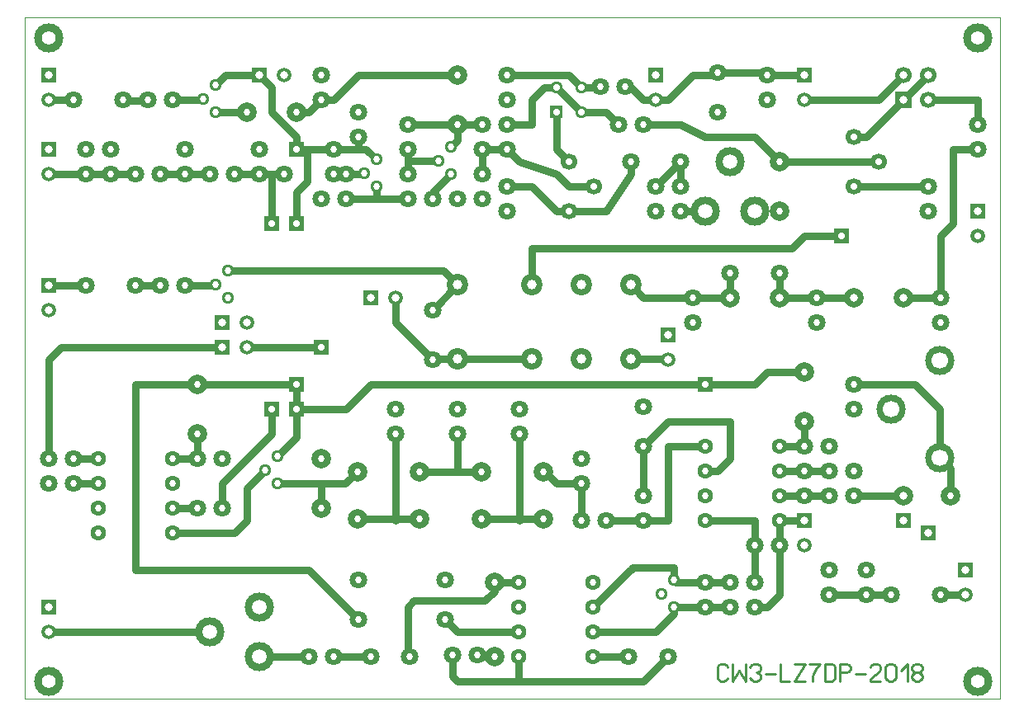
<source format=gbr>
%FSLAX34Y34*%
%MOMM*%
%LNSILK_TOP*%
G71*
G01*
%ADD10C, 0.00*%
%ADD11C, 1.52*%
%ADD12C, 1.80*%
%ADD13C, 0.80*%
%ADD14C, 1.28*%
%ADD15C, 2.00*%
%ADD16C, 1.70*%
%ADD17C, 1.28*%
%ADD18C, 3.00*%
%ADD19C, 1.70*%
%ADD20C, 1.60*%
%ADD21C, 2.20*%
%ADD22C, 1.52*%
%ADD23C, 2.00*%
%ADD24C, 3.00*%
%ADD25C, 3.00*%
%ADD26C, 0.22*%
%ADD27C, 0.60*%
%ADD28C, 0.52*%
%ADD29C, 0.70*%
%ADD30C, 0.72*%
%ADD31C, 1.50*%
%ADD32C, 1.00*%
%ADD33C, 1.70*%
%ADD34C, 1.40*%
%ADD35C, 0.69*%
%LPD*%
G54D10*
X-50000Y1050000D02*
X950000Y1050000D01*
X950000Y350000D01*
X-50000Y350000D01*
X-50000Y1050000D01*
G36*
X-17800Y998200D02*
X-17800Y983000D01*
X-33000Y983000D01*
X-33000Y998200D01*
X-17800Y998200D01*
G37*
X-25400Y965200D02*
G54D11*
D03*
X76200Y965200D02*
G54D12*
D03*
X101600Y965200D02*
G54D12*
D03*
X50800Y965200D02*
G54D12*
D03*
X0Y965200D02*
G54D12*
D03*
G54D13*
X51808Y963933D02*
X74933Y963933D01*
X76200Y965200D01*
X145766Y952171D02*
G54D14*
D03*
X133066Y966171D02*
G54D14*
D03*
X145766Y980171D02*
G54D14*
D03*
G36*
X182900Y998200D02*
X198100Y998200D01*
X198100Y983000D01*
X182900Y983000D01*
X182900Y998200D01*
G37*
X215900Y990600D02*
G54D11*
D03*
G54D13*
X190500Y990600D02*
X156195Y990600D01*
X145766Y980171D01*
X177800Y952500D02*
G54D15*
D03*
X228600Y952500D02*
G54D15*
D03*
G54D13*
X177800Y952500D02*
X146095Y952500D01*
X145766Y952171D01*
X254000Y990600D02*
G54D12*
D03*
X254000Y965200D02*
G54D12*
D03*
X310866Y875971D02*
G54D14*
D03*
X298166Y889971D02*
G54D14*
D03*
X310866Y903971D02*
G54D14*
D03*
G36*
X-17800Y922000D02*
X-17800Y906800D01*
X-33000Y906800D01*
X-33000Y922000D01*
X-17800Y922000D01*
G37*
X-25400Y889000D02*
G54D11*
D03*
X12700Y914400D02*
G54D12*
D03*
X12700Y889000D02*
G54D12*
D03*
X38100Y914400D02*
G54D12*
D03*
X38100Y889000D02*
G54D12*
D03*
X63500Y889000D02*
G54D12*
D03*
X88900Y889000D02*
G54D12*
D03*
X114300Y914400D02*
G54D12*
D03*
X114300Y889000D02*
G54D12*
D03*
X139700Y889000D02*
G54D12*
D03*
X165100Y889000D02*
G54D12*
D03*
X190500Y914400D02*
G54D12*
D03*
X190500Y889000D02*
G54D12*
D03*
G54D13*
X-25400Y889000D02*
X12700Y889000D01*
X38100Y889000D01*
X63500Y889000D01*
G54D13*
X88900Y889000D02*
X114300Y889000D01*
X139700Y889000D01*
G54D13*
X165100Y889000D02*
X190500Y889000D01*
G54D13*
X-25400Y965200D02*
X0Y965200D01*
G54D13*
X101600Y965200D02*
X132095Y965200D01*
X133066Y966171D01*
X266700Y914400D02*
G54D12*
D03*
X266700Y889000D02*
G54D12*
D03*
G54D13*
X266700Y889000D02*
X297195Y889000D01*
X298166Y889971D01*
G54D13*
X266700Y914400D02*
X300437Y914400D01*
X310866Y903971D01*
X292100Y952500D02*
G54D12*
D03*
X292100Y927100D02*
G54D12*
D03*
G54D13*
X292100Y927100D02*
X292100Y914400D01*
G54D13*
X228600Y952500D02*
X241300Y952500D01*
X254000Y965200D01*
X342900Y863600D02*
G54D12*
D03*
X342900Y889000D02*
G54D12*
D03*
X387066Y888671D02*
G54D14*
D03*
X374366Y902671D02*
G54D14*
D03*
X387066Y916671D02*
G54D14*
D03*
X342900Y939800D02*
G54D12*
D03*
X342900Y914400D02*
G54D12*
D03*
G54D13*
X342900Y889000D02*
X342900Y914400D01*
X254000Y863600D02*
G54D12*
D03*
X279400Y863600D02*
G54D12*
D03*
G54D13*
X279400Y863600D02*
X342900Y863600D01*
G54D13*
X310866Y875971D02*
X310866Y863421D01*
X310766Y863321D01*
X393700Y990600D02*
G54D15*
D03*
X393700Y939800D02*
G54D15*
D03*
G54D13*
X254000Y965200D02*
X266700Y965200D01*
X292100Y990600D01*
X393700Y990600D01*
G54D13*
X393700Y939800D02*
X393700Y923305D01*
X387066Y916671D01*
G54D13*
X374366Y902671D02*
X343871Y902671D01*
X342900Y901700D01*
G54D13*
X342900Y939800D02*
X393700Y939800D01*
X419100Y939800D02*
G54D12*
D03*
X419100Y914400D02*
G54D12*
D03*
X419100Y889000D02*
G54D12*
D03*
X419100Y863600D02*
G54D12*
D03*
X444500Y939800D02*
G54D12*
D03*
X444500Y914400D02*
G54D12*
D03*
G54D13*
X419100Y914400D02*
X444500Y914400D01*
G54D13*
X419100Y914400D02*
X419100Y889000D01*
G54D13*
X393700Y939800D02*
X419100Y939800D01*
X508000Y850900D02*
G54D16*
D03*
X533400Y876300D02*
G54D16*
D03*
X508000Y901700D02*
G54D16*
D03*
X444500Y876300D02*
G54D12*
D03*
X444500Y850900D02*
G54D12*
D03*
G36*
X488900Y958900D02*
X501700Y958900D01*
X501700Y946100D01*
X488900Y946100D01*
X488900Y958900D01*
G37*
X495300Y977900D02*
G54D17*
D03*
X520700Y952500D02*
G54D17*
D03*
X520700Y977900D02*
G54D17*
D03*
X444500Y990600D02*
G54D12*
D03*
X444500Y965200D02*
G54D12*
D03*
G54D13*
X495300Y977900D02*
X520700Y952500D01*
G54D13*
X444500Y939800D02*
X469900Y939800D01*
X469900Y965200D01*
X482600Y977900D01*
X495300Y977900D01*
G54D13*
X444500Y990600D02*
X508000Y990600D01*
X520700Y977900D01*
G54D13*
X495300Y952500D02*
X495300Y914400D01*
X508000Y901700D01*
G54D13*
X444500Y876300D02*
X469900Y876300D01*
X495300Y850900D01*
X508000Y850900D01*
G54D13*
X444500Y914400D02*
X457200Y901700D01*
X495293Y889000D01*
X508000Y876293D01*
X533400Y876300D01*
X584200Y939800D02*
G54D12*
D03*
X558800Y939800D02*
G54D12*
D03*
G54D13*
X520700Y952500D02*
X546100Y952500D01*
X558800Y939800D01*
X622300Y901700D02*
G54D12*
D03*
X571500Y901700D02*
G54D12*
D03*
G54D13*
X508000Y850900D02*
X546100Y850900D01*
X571500Y889000D01*
X571500Y901700D01*
X596900Y876300D02*
G54D12*
D03*
X596900Y850900D02*
G54D12*
D03*
G54D13*
X596900Y876300D02*
X622300Y901700D01*
X622300Y876300D02*
G54D12*
D03*
X622300Y850900D02*
G54D12*
D03*
G54D13*
X622300Y901700D02*
X622300Y876300D01*
X647700Y850900D02*
G54D18*
D03*
X698500Y850900D02*
G54D18*
D03*
X673100Y901700D02*
G54D18*
D03*
G54D13*
X622300Y850900D02*
X647700Y850900D01*
X660400Y952500D02*
G54D12*
D03*
X660400Y992500D02*
G54D12*
D03*
X566178Y978299D02*
G54D12*
D03*
X540778Y978299D02*
G54D12*
D03*
G54D13*
X520700Y977900D02*
X540379Y977900D01*
X540778Y978299D01*
G36*
X604500Y998200D02*
X604500Y983000D01*
X589300Y983000D01*
X589300Y998200D01*
X604500Y998200D01*
G37*
X596900Y965200D02*
G54D11*
D03*
G54D13*
X566178Y978299D02*
X571101Y978299D01*
X584200Y965200D01*
X596900Y965200D01*
X711200Y990600D02*
G54D12*
D03*
X711200Y965200D02*
G54D12*
D03*
G54D13*
X596900Y965200D02*
X609600Y965200D01*
X635000Y990600D01*
X658500Y990600D01*
X660400Y992500D01*
G54D13*
X660400Y992500D02*
X709300Y992500D01*
X711200Y990600D01*
X800100Y876300D02*
G54D16*
D03*
X825500Y901700D02*
G54D16*
D03*
X800100Y927100D02*
G54D16*
D03*
X723900Y901700D02*
G54D15*
D03*
X723900Y850900D02*
G54D15*
D03*
G36*
X756900Y998200D02*
X756900Y983000D01*
X741700Y983000D01*
X741700Y998200D01*
X756900Y998200D01*
G37*
X749300Y965200D02*
G54D11*
D03*
G54D13*
X711200Y990600D02*
X749300Y990600D01*
G36*
X842400Y973700D02*
X859400Y973700D01*
X859400Y956700D01*
X842400Y956700D01*
X842400Y973700D01*
G37*
X850900Y990600D02*
G54D19*
D03*
X876300Y965200D02*
G54D19*
D03*
X876300Y990600D02*
G54D19*
D03*
X927100Y914400D02*
G54D12*
D03*
X927100Y939800D02*
G54D12*
D03*
G54D13*
X850900Y965200D02*
X876300Y990600D01*
G54D13*
X876300Y965200D02*
X927100Y965200D01*
X927100Y939800D01*
X876300Y876300D02*
G54D12*
D03*
X876300Y850900D02*
G54D12*
D03*
G54D13*
X800100Y876300D02*
X876300Y876300D01*
G54D13*
X825500Y901700D02*
X723900Y901700D01*
G54D13*
X800100Y927100D02*
X812800Y927100D01*
X850900Y965200D01*
G54D13*
X584200Y939800D02*
X622300Y939800D01*
X647700Y927100D01*
X698500Y927100D01*
X723900Y901700D01*
G54D13*
X749300Y965200D02*
X825500Y965200D01*
X850900Y990600D01*
X25400Y596900D02*
G54D20*
D03*
X25400Y571500D02*
G54D20*
D03*
X25400Y546100D02*
G54D20*
D03*
X25400Y520700D02*
G54D20*
D03*
X101600Y596900D02*
G54D20*
D03*
X101600Y571500D02*
G54D20*
D03*
X101600Y546100D02*
G54D20*
D03*
X101600Y520700D02*
G54D20*
D03*
X647700Y609600D02*
G54D20*
D03*
X647700Y584200D02*
G54D20*
D03*
X647700Y558800D02*
G54D20*
D03*
X647700Y533400D02*
G54D20*
D03*
X723900Y609600D02*
G54D20*
D03*
X723900Y584200D02*
G54D20*
D03*
X723900Y558800D02*
G54D20*
D03*
X723900Y533400D02*
G54D20*
D03*
X291250Y583350D02*
G54D15*
D03*
X291250Y534950D02*
G54D15*
D03*
X394085Y698735D02*
G54D21*
D03*
X394085Y774935D02*
G54D21*
D03*
X470285Y698735D02*
G54D21*
D03*
X521085Y698735D02*
G54D21*
D03*
X571885Y698735D02*
G54D21*
D03*
X470285Y774935D02*
G54D21*
D03*
X521085Y774935D02*
G54D21*
D03*
X571885Y774935D02*
G54D21*
D03*
G36*
X934700Y858500D02*
X934700Y843300D01*
X919500Y843300D01*
X919500Y858500D01*
X934700Y858500D01*
G37*
X927100Y825500D02*
G54D22*
D03*
X889000Y736600D02*
G54D12*
D03*
X889000Y762000D02*
G54D12*
D03*
X850900Y762000D02*
G54D23*
D03*
X800100Y762000D02*
G54D23*
D03*
X762000Y736600D02*
G54D12*
D03*
X762000Y762000D02*
G54D12*
D03*
X723900Y762000D02*
G54D23*
D03*
X673100Y762000D02*
G54D23*
D03*
X635000Y736600D02*
G54D12*
D03*
X635000Y762000D02*
G54D12*
D03*
G54D13*
X635000Y762000D02*
X673100Y762000D01*
G54D13*
X723900Y762000D02*
X762000Y762000D01*
G54D13*
X762000Y762000D02*
X800100Y762000D01*
G36*
X-17800Y782300D02*
X-17800Y767100D01*
X-33000Y767100D01*
X-33000Y782300D01*
X-17800Y782300D01*
G37*
X-25400Y749300D02*
G54D11*
D03*
X63500Y774700D02*
G54D12*
D03*
X12700Y774700D02*
G54D12*
D03*
X88900Y774700D02*
G54D12*
D03*
X114300Y774700D02*
G54D12*
D03*
X158466Y761671D02*
G54D14*
D03*
X145766Y775671D02*
G54D14*
D03*
X158466Y789671D02*
G54D14*
D03*
X368300Y698500D02*
G54D12*
D03*
X368300Y749300D02*
G54D12*
D03*
G54D13*
X-25400Y774700D02*
X12700Y774700D01*
G54D13*
X63500Y774700D02*
X88900Y774700D01*
G54D13*
X114300Y774700D02*
X144795Y774700D01*
X145766Y775671D01*
G54D13*
X158466Y789671D02*
X379349Y789671D01*
X394085Y774935D01*
G54D13*
X394085Y698735D02*
X368534Y698735D01*
X368300Y698500D01*
G54D13*
X394085Y774935D02*
X393934Y774935D01*
X368300Y749300D01*
G54D13*
X394085Y698735D02*
X470285Y698735D01*
G36*
X617200Y731500D02*
X617200Y716300D01*
X602000Y716300D01*
X602000Y731500D01*
X617200Y731500D01*
G37*
X609600Y698500D02*
G54D11*
D03*
G54D13*
X571885Y698735D02*
X609365Y698735D01*
X609600Y698500D01*
X354750Y583350D02*
G54D15*
D03*
X354750Y534950D02*
G54D15*
D03*
X418250Y583350D02*
G54D15*
D03*
X418250Y534950D02*
G54D15*
D03*
X481750Y583350D02*
G54D15*
D03*
X481750Y534950D02*
G54D15*
D03*
X330200Y622300D02*
G54D12*
D03*
X330200Y647700D02*
G54D12*
D03*
X393700Y622300D02*
G54D12*
D03*
X393700Y647700D02*
G54D12*
D03*
X457200Y622300D02*
G54D12*
D03*
X457200Y647700D02*
G54D12*
D03*
X209266Y571171D02*
G54D14*
D03*
X196566Y585171D02*
G54D14*
D03*
X209266Y599171D02*
G54D14*
D03*
G54D13*
X101600Y520700D02*
X165100Y520700D01*
X177800Y533400D01*
X177800Y566405D01*
X196566Y585171D01*
G54D13*
X209266Y571171D02*
X279071Y571171D01*
X291250Y583350D01*
X520700Y571500D02*
G54D12*
D03*
X520700Y596900D02*
G54D12*
D03*
X546100Y533400D02*
G54D12*
D03*
X520700Y533400D02*
G54D12*
D03*
X0Y596900D02*
G54D12*
D03*
X-25400Y596900D02*
G54D12*
D03*
X0Y571500D02*
G54D12*
D03*
X-25400Y571500D02*
G54D12*
D03*
G54D13*
X0Y596900D02*
X25400Y596900D01*
G54D13*
X0Y571500D02*
X25400Y571500D01*
X152400Y546100D02*
G54D12*
D03*
X127000Y546100D02*
G54D12*
D03*
X152400Y596900D02*
G54D12*
D03*
X127000Y596900D02*
G54D12*
D03*
G54D13*
X101600Y546100D02*
X127000Y546100D01*
X584200Y558800D02*
G54D12*
D03*
X584200Y533400D02*
G54D12*
D03*
X584200Y649600D02*
G54D12*
D03*
X584200Y609600D02*
G54D12*
D03*
G54D13*
X520700Y571500D02*
X520700Y533400D01*
G54D13*
X546100Y533400D02*
X584200Y533400D01*
G54D13*
X291250Y534950D02*
X354750Y534950D01*
G54D13*
X354750Y583350D02*
X418250Y583350D01*
G54D13*
X418250Y534950D02*
X481750Y534950D01*
G54D13*
X481750Y583350D02*
X483450Y583350D01*
X495300Y571500D01*
X520700Y571500D01*
G54D13*
X330200Y622300D02*
X330200Y533400D01*
G54D13*
X393700Y622300D02*
X393700Y584200D01*
G54D13*
X457200Y622300D02*
X457200Y533400D01*
G54D13*
X584200Y609600D02*
X584200Y558800D01*
G36*
X195600Y845800D02*
X210800Y845800D01*
X210800Y830600D01*
X195600Y830600D01*
X195600Y845800D01*
G37*
G36*
X195600Y655300D02*
X210800Y655300D01*
X210800Y640100D01*
X195600Y640100D01*
X195600Y655300D01*
G37*
G36*
X221000Y922000D02*
X236200Y922000D01*
X236200Y906800D01*
X221000Y906800D01*
X221000Y922000D01*
G37*
G54D13*
X266700Y914400D02*
X228600Y914400D01*
X228600Y927100D01*
X203200Y952500D01*
X203200Y977900D01*
X190500Y990600D01*
G36*
X221000Y845800D02*
X236200Y845800D01*
X236200Y830600D01*
X221000Y830600D01*
X221000Y845800D01*
G37*
G36*
X221000Y680700D02*
X236200Y680700D01*
X236200Y665500D01*
X221000Y665500D01*
X221000Y680700D01*
G37*
G36*
X221000Y655300D02*
X236200Y655300D01*
X236200Y640100D01*
X221000Y640100D01*
X221000Y655300D01*
G37*
G54D13*
X228600Y647700D02*
X228600Y618505D01*
X209266Y599171D01*
X215900Y889000D02*
G54D12*
D03*
X266700Y889000D02*
G54D12*
D03*
G54D13*
X190500Y889000D02*
X215900Y889000D01*
G54D13*
X203200Y838200D02*
X203200Y889000D01*
G54D13*
X228600Y838200D02*
X228600Y869900D01*
X239700Y881000D01*
X239700Y912800D01*
X241300Y914400D01*
G54D13*
X647700Y609600D02*
X609600Y609600D01*
X609600Y533400D01*
X584200Y533400D01*
X749300Y558800D02*
G54D12*
D03*
X749300Y584200D02*
G54D12*
D03*
X774700Y609600D02*
G54D12*
D03*
X749300Y609600D02*
G54D12*
D03*
G54D13*
X723900Y609600D02*
X749300Y609600D01*
G54D13*
X723900Y584200D02*
X749300Y584200D01*
G54D13*
X723900Y558800D02*
X749300Y558800D01*
X800100Y584200D02*
G54D12*
D03*
X774700Y584200D02*
G54D12*
D03*
X800100Y558800D02*
G54D12*
D03*
X774700Y558800D02*
G54D12*
D03*
G54D13*
X749300Y558800D02*
X774700Y558800D01*
G54D13*
X749300Y584200D02*
X774700Y584200D01*
X850900Y558800D02*
G54D23*
D03*
X899300Y558800D02*
G54D15*
D03*
G54D13*
X800100Y558800D02*
X850900Y558800D01*
X838200Y647700D02*
G54D24*
D03*
X888200Y697700D02*
G54D24*
D03*
X888200Y597700D02*
G54D24*
D03*
G54D13*
X899300Y558800D02*
X899300Y586600D01*
X888200Y597700D01*
X800100Y647700D02*
G54D12*
D03*
X800100Y673100D02*
G54D12*
D03*
G54D13*
X800100Y673100D02*
X862800Y673100D01*
X888200Y647700D01*
X888200Y597700D01*
G36*
X640100Y680700D02*
X655300Y680700D01*
X655300Y665500D01*
X640100Y665500D01*
X640100Y680700D01*
G37*
G54D13*
X698500Y673100D02*
X647700Y673100D01*
G36*
X297200Y769600D02*
X312400Y769600D01*
X312400Y754400D01*
X297200Y754400D01*
X297200Y769600D01*
G37*
X330200Y762000D02*
G54D11*
D03*
X698500Y469900D02*
G54D12*
D03*
X673100Y469900D02*
G54D12*
D03*
X698500Y444500D02*
G54D12*
D03*
X673100Y444500D02*
G54D12*
D03*
X647700Y469900D02*
G54D12*
D03*
X647700Y444500D02*
G54D12*
D03*
G54D13*
X673100Y469900D02*
X647700Y469900D01*
G54D13*
X673100Y444500D02*
X647700Y444500D01*
X615666Y444171D02*
G54D14*
D03*
X602966Y458171D02*
G54D14*
D03*
X615666Y472171D02*
G54D14*
D03*
G54D13*
X647700Y469900D02*
X617937Y469900D01*
X615666Y472171D01*
G54D13*
X647700Y444500D02*
X615995Y444500D01*
X615666Y444171D01*
G36*
X922000Y490200D02*
X922000Y475000D01*
X906800Y475000D01*
X906800Y490200D01*
X922000Y490200D01*
G37*
X914400Y457200D02*
G54D11*
D03*
X838200Y457200D02*
G54D12*
D03*
X889000Y457200D02*
G54D12*
D03*
X812800Y457200D02*
G54D12*
D03*
X812800Y482600D02*
G54D12*
D03*
X774700Y482600D02*
G54D12*
D03*
X774700Y457200D02*
G54D12*
D03*
G54D13*
X914400Y457200D02*
X889000Y457200D01*
G54D13*
X838200Y457200D02*
X812800Y457200D01*
X774700Y457200D01*
X533251Y393690D02*
G54D20*
D03*
X533251Y419090D02*
G54D20*
D03*
X533251Y444491D02*
G54D20*
D03*
X533251Y469890D02*
G54D20*
D03*
X457051Y393690D02*
G54D20*
D03*
X457051Y419090D02*
G54D20*
D03*
X457051Y444491D02*
G54D20*
D03*
X457051Y469890D02*
G54D20*
D03*
G54D13*
X615666Y444171D02*
X615666Y437866D01*
X596900Y419100D01*
X533251Y419090D01*
G54D13*
X615666Y472171D02*
X615666Y484721D01*
X615566Y484821D01*
X573721Y484821D01*
X571500Y482600D01*
X571360Y482600D01*
X533251Y444491D01*
X388726Y395177D02*
G54D12*
D03*
X414126Y395177D02*
G54D12*
D03*
X381000Y471800D02*
G54D12*
D03*
X381000Y431800D02*
G54D12*
D03*
X431800Y469900D02*
G54D15*
D03*
X431800Y393700D02*
G54D15*
D03*
G54D13*
X457051Y469890D02*
X431800Y469900D01*
G54D13*
X457051Y419090D02*
X393710Y419090D01*
X381000Y431800D01*
X292100Y471800D02*
G54D12*
D03*
X292100Y431800D02*
G54D12*
D03*
X304800Y393700D02*
G54D12*
D03*
X344800Y393700D02*
G54D12*
D03*
X190500Y393700D02*
G54D18*
D03*
X190500Y444500D02*
G54D18*
D03*
X139700Y419100D02*
G54D18*
D03*
G36*
X-17800Y452100D02*
X-17800Y436900D01*
X-33000Y436900D01*
X-33000Y452100D01*
X-17800Y452100D01*
G37*
X-25400Y419100D02*
G54D11*
D03*
X266700Y393700D02*
G54D12*
D03*
X241300Y393700D02*
G54D12*
D03*
G54D13*
X431800Y469900D02*
X431800Y460300D01*
X422300Y450800D01*
X349200Y450800D01*
X342900Y444500D01*
X342900Y395600D01*
X344800Y393700D01*
G54D13*
X304800Y393700D02*
X266700Y393700D01*
G54D13*
X241300Y393700D02*
X190500Y393700D01*
G54D13*
X139700Y419100D02*
X-25400Y419100D01*
G36*
X756900Y541000D02*
X756900Y525800D01*
X741700Y525800D01*
X741700Y541000D01*
X756900Y541000D01*
G37*
X749300Y508000D02*
G54D11*
D03*
X723900Y508000D02*
G54D12*
D03*
X698500Y508000D02*
G54D12*
D03*
G54D13*
X723900Y533400D02*
X749300Y533400D01*
G54D13*
X723900Y533400D02*
X723900Y508000D01*
G54D13*
X647700Y533400D02*
X698500Y533400D01*
X698500Y508000D01*
G54D13*
X698500Y508000D02*
X698500Y469900D01*
G54D13*
X723900Y508000D02*
X723900Y457200D01*
X711200Y444500D01*
X698500Y444500D01*
X-25400Y1028700D02*
G54D12*
D03*
X927100Y1028700D02*
G54D12*
D03*
X927100Y368300D02*
G54D12*
D03*
X-25400Y368300D02*
G54D12*
D03*
X-25400Y1028700D02*
G54D12*
D03*
X-25400Y1028700D02*
G54D12*
D03*
X-25400Y1028700D02*
G54D12*
D03*
X927100Y1028700D02*
G54D25*
D03*
X927100Y368300D02*
G54D25*
D03*
X-25400Y368300D02*
G54D25*
D03*
X-25400Y1028700D02*
G54D25*
D03*
X-25400Y1028700D02*
G54D25*
D03*
X927100Y1028700D02*
G54D25*
D03*
X927100Y368300D02*
G54D25*
D03*
X-25400Y368300D02*
G54D25*
D03*
X673100Y787400D02*
G54D12*
D03*
X723900Y787400D02*
G54D12*
D03*
G54D13*
X431800Y393700D02*
X415603Y393700D01*
X414126Y395177D01*
X569600Y393700D02*
G54D12*
D03*
X609600Y393700D02*
G54D12*
D03*
G54D13*
X533251Y393690D02*
X569600Y393700D01*
G54D13*
X388726Y395177D02*
X388726Y373274D01*
X393700Y368300D01*
X584200Y368300D01*
X609600Y393700D01*
G54D13*
X457051Y393690D02*
X457051Y368449D01*
X457200Y368300D01*
G54D26*
X671067Y371633D02*
X669733Y369411D01*
X667067Y368300D01*
X664400Y368300D01*
X661733Y369411D01*
X660400Y371633D01*
X660400Y382744D01*
X661733Y384967D01*
X664400Y386078D01*
X667067Y386078D01*
X669733Y384967D01*
X671067Y382744D01*
G54D26*
X675956Y386078D02*
X675956Y368300D01*
X682623Y379411D01*
X689289Y368300D01*
X689289Y386078D01*
G54D26*
X694178Y382744D02*
X695511Y384967D01*
X698178Y386078D01*
X700845Y386078D01*
X703511Y384967D01*
X704845Y382744D01*
X704845Y380522D01*
X703511Y378300D01*
X700845Y377189D01*
X703511Y376078D01*
X704845Y373856D01*
X704845Y371633D01*
X703511Y369411D01*
X700845Y368300D01*
X698178Y368300D01*
X695511Y369411D01*
X694178Y371633D01*
G54D26*
X709734Y376078D02*
X720401Y376078D01*
G54D26*
X725290Y386078D02*
X725290Y368300D01*
X734623Y368300D01*
G54D26*
X739512Y386078D02*
X750179Y386078D01*
X739512Y368300D01*
X750179Y368300D01*
G54D26*
X755068Y386078D02*
X765735Y386078D01*
X764401Y383856D01*
X761735Y380522D01*
X759068Y376078D01*
X757735Y372744D01*
X757735Y368300D01*
G54D26*
X770624Y368300D02*
X770624Y386078D01*
X777291Y386078D01*
X779957Y384967D01*
X781291Y382744D01*
X781291Y371633D01*
X779957Y369411D01*
X777291Y368300D01*
X770624Y368300D01*
G54D26*
X786180Y368300D02*
X786180Y386078D01*
X792847Y386078D01*
X795513Y384967D01*
X796847Y382744D01*
X796847Y380522D01*
X795513Y378300D01*
X792847Y377189D01*
X786180Y377189D01*
G54D26*
X801736Y376078D02*
X812403Y376078D01*
G54D26*
X827959Y368300D02*
X817292Y368300D01*
X817292Y369411D01*
X818625Y371633D01*
X826625Y378300D01*
X827959Y380522D01*
X827959Y382744D01*
X826625Y384967D01*
X823959Y386078D01*
X821292Y386078D01*
X818625Y384967D01*
X817292Y382744D01*
G54D26*
X843515Y382744D02*
X843515Y371633D01*
X842181Y369411D01*
X839515Y368300D01*
X836848Y368300D01*
X834181Y369411D01*
X832848Y371633D01*
X832848Y382744D01*
X834181Y384967D01*
X836848Y386078D01*
X839515Y386078D01*
X842181Y384967D01*
X843515Y382744D01*
G54D26*
X848404Y379411D02*
X855071Y386078D01*
X855071Y368300D01*
G54D26*
X866627Y377189D02*
X863960Y377189D01*
X861293Y378300D01*
X859960Y380522D01*
X859960Y382744D01*
X861293Y384967D01*
X863960Y386078D01*
X866627Y386078D01*
X869293Y384967D01*
X870627Y382744D01*
X870627Y380522D01*
X869293Y378300D01*
X866627Y377189D01*
X869293Y376078D01*
X870627Y373856D01*
X870627Y371633D01*
X869293Y369411D01*
X866627Y368300D01*
X863960Y368300D01*
X861293Y369411D01*
X859960Y371633D01*
X859960Y373856D01*
X861293Y376078D01*
X863960Y377189D01*
X749300Y635000D02*
G54D15*
D03*
X749300Y685800D02*
G54D15*
D03*
G54D13*
X698500Y673100D02*
X711200Y685800D01*
G54D13*
X749300Y685800D02*
X711200Y685800D01*
X698500Y673100D01*
X647700Y673100D01*
G54D13*
X749300Y609600D02*
X749300Y635000D01*
X127000Y622300D02*
G54D15*
D03*
X127000Y673100D02*
G54D15*
D03*
G54D13*
X127000Y622300D02*
X127000Y596900D01*
G54D13*
X101600Y596900D02*
X127000Y596900D01*
X254000Y546100D02*
G54D15*
D03*
X254000Y596900D02*
G54D15*
D03*
G54D13*
X254000Y546100D02*
X254000Y571500D01*
G54D13*
X203200Y647700D02*
X203200Y622300D01*
X152400Y571500D01*
X152400Y546100D01*
G54D13*
X228600Y647700D02*
X279400Y647700D01*
X304800Y673100D01*
X647700Y673100D01*
G54D13*
X127000Y673100D02*
X228600Y673100D01*
X228600Y647700D01*
G54D13*
X330200Y762000D02*
X330200Y736599D01*
X368300Y698500D01*
G36*
X246400Y718800D02*
X261600Y718800D01*
X261600Y703600D01*
X246400Y703600D01*
X246400Y718800D01*
G37*
G54D13*
X177800Y711200D02*
X254000Y711200D01*
G54D13*
X414126Y395177D02*
X430323Y395177D01*
X431800Y393700D01*
G54D13*
X850900Y762000D02*
X889000Y762000D01*
G54D13*
X927100Y914400D02*
X901700Y914400D01*
X901700Y838200D01*
X889000Y825500D01*
X889000Y762000D01*
G54D13*
X635000Y762000D02*
X584820Y762000D01*
X571885Y774935D01*
G54D13*
X673100Y762000D02*
X673100Y787400D01*
G54D13*
X723900Y762000D02*
X723900Y787400D01*
G36*
X779800Y833100D02*
X795000Y833100D01*
X795000Y817900D01*
X779800Y817900D01*
X779800Y833100D01*
G37*
G54D13*
X470285Y774935D02*
X470285Y812415D01*
X469900Y812800D01*
X736600Y812800D01*
X749300Y825500D01*
X787400Y825500D01*
G36*
X144800Y718800D02*
X160000Y718800D01*
X160000Y703600D01*
X144800Y703600D01*
X144800Y718800D01*
G37*
X177800Y711200D02*
G54D11*
D03*
G54D13*
X152400Y711200D02*
X-12700Y711200D01*
X-25400Y698500D01*
X-25400Y596900D01*
G36*
X144800Y744200D02*
X160000Y744200D01*
X160000Y729000D01*
X144800Y729000D01*
X144800Y744200D01*
G37*
X177800Y736600D02*
G54D11*
D03*
G36*
X779800Y833100D02*
X795000Y833100D01*
X795000Y817900D01*
X779800Y817900D01*
X779800Y833100D01*
G37*
G36*
X919500Y858500D02*
X934700Y858500D01*
X934700Y843300D01*
X919500Y843300D01*
X919500Y858500D01*
G37*
G36*
X868700Y528300D02*
X883900Y528300D01*
X883900Y513100D01*
X868700Y513100D01*
X868700Y528300D01*
G37*
G36*
X843300Y541000D02*
X858500Y541000D01*
X858500Y525800D01*
X843300Y525800D01*
X843300Y541000D01*
G37*
G54D13*
X127000Y673100D02*
X63500Y673100D01*
X63500Y482600D01*
X241300Y482600D01*
X292100Y431800D01*
G54D13*
X584200Y609600D02*
X609600Y635000D01*
X673100Y635000D01*
X673100Y596900D01*
X660400Y584200D01*
X647700Y584200D01*
G54D13*
X368300Y863600D02*
X368300Y869905D01*
X387066Y888671D01*
X393700Y863600D02*
G54D12*
D03*
X368300Y863600D02*
G54D12*
D03*
X279400Y889000D02*
G54D12*
D03*
%LNAUGENFREISTANZEN*%
%LPC*%
X-25400Y990600D02*
G54D13*
D03*
X-25400Y965200D02*
G54D13*
D03*
X76200Y965200D02*
G54D27*
D03*
X101600Y965200D02*
G54D27*
D03*
X50800Y965200D02*
G54D27*
D03*
X0Y965200D02*
G54D27*
D03*
X145766Y952171D02*
G54D28*
D03*
X133066Y966171D02*
G54D28*
D03*
X145766Y980171D02*
G54D28*
D03*
X190500Y990600D02*
G54D13*
D03*
X215900Y990600D02*
G54D13*
D03*
X177800Y952500D02*
G54D27*
D03*
X228600Y952500D02*
G54D27*
D03*
X254000Y990600D02*
G54D27*
D03*
X254000Y965200D02*
G54D27*
D03*
X310866Y875971D02*
G54D28*
D03*
X298166Y889971D02*
G54D28*
D03*
X310866Y903971D02*
G54D28*
D03*
X-25400Y914400D02*
G54D13*
D03*
X-25400Y889000D02*
G54D13*
D03*
X12700Y914400D02*
G54D27*
D03*
X12700Y889000D02*
G54D27*
D03*
X38100Y914400D02*
G54D27*
D03*
X38100Y889000D02*
G54D27*
D03*
X63500Y889000D02*
G54D27*
D03*
X88900Y889000D02*
G54D27*
D03*
X114300Y914400D02*
G54D27*
D03*
X114300Y889000D02*
G54D27*
D03*
X139700Y889000D02*
G54D27*
D03*
X165100Y889000D02*
G54D27*
D03*
X190500Y914400D02*
G54D27*
D03*
X190500Y889000D02*
G54D27*
D03*
X266700Y914400D02*
G54D27*
D03*
X266700Y889000D02*
G54D27*
D03*
X292100Y952500D02*
G54D27*
D03*
X292100Y927100D02*
G54D27*
D03*
X342900Y863600D02*
G54D27*
D03*
X342900Y889000D02*
G54D27*
D03*
X387066Y888671D02*
G54D28*
D03*
X374366Y902671D02*
G54D28*
D03*
X387066Y916671D02*
G54D28*
D03*
X342900Y939800D02*
G54D27*
D03*
X342900Y914400D02*
G54D27*
D03*
X254000Y863600D02*
G54D27*
D03*
X279400Y863600D02*
G54D27*
D03*
X393700Y990600D02*
G54D27*
D03*
X393700Y939800D02*
G54D27*
D03*
X419100Y939800D02*
G54D27*
D03*
X419100Y914400D02*
G54D27*
D03*
X419100Y889000D02*
G54D27*
D03*
X419100Y863600D02*
G54D27*
D03*
X444500Y939800D02*
G54D27*
D03*
X444500Y914400D02*
G54D27*
D03*
X508000Y850900D02*
G54D29*
D03*
X533400Y876300D02*
G54D29*
D03*
X508000Y901700D02*
G54D29*
D03*
X444500Y876300D02*
G54D27*
D03*
X444500Y850900D02*
G54D27*
D03*
X495300Y952500D02*
G54D30*
D03*
X495300Y977900D02*
G54D30*
D03*
X520700Y952500D02*
G54D30*
D03*
X520700Y977900D02*
G54D30*
D03*
X444500Y990600D02*
G54D27*
D03*
X444500Y965200D02*
G54D27*
D03*
X584200Y939800D02*
G54D27*
D03*
X558800Y939800D02*
G54D27*
D03*
X622300Y901700D02*
G54D27*
D03*
X571500Y901700D02*
G54D27*
D03*
X596900Y876300D02*
G54D27*
D03*
X596900Y850900D02*
G54D27*
D03*
X622300Y876300D02*
G54D27*
D03*
X622300Y850900D02*
G54D27*
D03*
X647700Y850900D02*
G54D31*
D03*
X698500Y850900D02*
G54D31*
D03*
X673100Y901700D02*
G54D31*
D03*
X660400Y952500D02*
G54D27*
D03*
X660400Y992500D02*
G54D27*
D03*
X566178Y978299D02*
G54D27*
D03*
X540778Y978299D02*
G54D27*
D03*
X596900Y990600D02*
G54D13*
D03*
X596900Y965200D02*
G54D13*
D03*
X711200Y990600D02*
G54D27*
D03*
X711200Y965200D02*
G54D27*
D03*
X800100Y876300D02*
G54D29*
D03*
X825500Y901700D02*
G54D29*
D03*
X800100Y927100D02*
G54D29*
D03*
X723900Y901700D02*
G54D27*
D03*
X723900Y850900D02*
G54D27*
D03*
X749300Y990600D02*
G54D13*
D03*
X749300Y965200D02*
G54D13*
D03*
X850900Y965200D02*
G54D13*
D03*
X850900Y990600D02*
G54D13*
D03*
X876300Y965200D02*
G54D13*
D03*
X876300Y990600D02*
G54D13*
D03*
X927100Y914400D02*
G54D27*
D03*
X927100Y939800D02*
G54D27*
D03*
X876300Y876300D02*
G54D27*
D03*
X876300Y850900D02*
G54D27*
D03*
X25400Y596900D02*
G54D27*
D03*
X25400Y571500D02*
G54D27*
D03*
X25400Y546100D02*
G54D27*
D03*
X25400Y520700D02*
G54D27*
D03*
X101600Y596900D02*
G54D27*
D03*
X101600Y571500D02*
G54D27*
D03*
X101600Y546100D02*
G54D27*
D03*
X101600Y520700D02*
G54D27*
D03*
X647700Y609600D02*
G54D27*
D03*
X647700Y584200D02*
G54D27*
D03*
X647700Y558800D02*
G54D27*
D03*
X647700Y533400D02*
G54D27*
D03*
X723900Y609600D02*
G54D27*
D03*
X723900Y584200D02*
G54D27*
D03*
X723900Y558800D02*
G54D27*
D03*
X723900Y533400D02*
G54D27*
D03*
X291250Y583350D02*
G54D27*
D03*
X291250Y534950D02*
G54D27*
D03*
X394085Y698735D02*
G54D32*
D03*
X394085Y774935D02*
G54D32*
D03*
X470285Y698735D02*
G54D32*
D03*
X521085Y698735D02*
G54D32*
D03*
X571885Y698735D02*
G54D32*
D03*
X470285Y774935D02*
G54D32*
D03*
X521085Y774935D02*
G54D32*
D03*
X571885Y774935D02*
G54D32*
D03*
X927100Y850900D02*
G54D30*
D03*
X927100Y825500D02*
G54D30*
D03*
X889000Y736600D02*
G54D27*
D03*
X889000Y762000D02*
G54D27*
D03*
X850900Y762000D02*
G54D13*
D03*
X800100Y762000D02*
G54D13*
D03*
X762000Y736600D02*
G54D27*
D03*
X762000Y762000D02*
G54D27*
D03*
X723900Y762000D02*
G54D13*
D03*
X673100Y762000D02*
G54D13*
D03*
X635000Y736600D02*
G54D27*
D03*
X635000Y762000D02*
G54D27*
D03*
X-25400Y774700D02*
G54D13*
D03*
X-25400Y749300D02*
G54D13*
D03*
X63500Y774700D02*
G54D27*
D03*
X12700Y774700D02*
G54D27*
D03*
X88900Y774700D02*
G54D27*
D03*
X114300Y774700D02*
G54D27*
D03*
X158466Y761671D02*
G54D28*
D03*
X145766Y775671D02*
G54D28*
D03*
X158466Y789671D02*
G54D28*
D03*
X368300Y698500D02*
G54D27*
D03*
X368300Y749300D02*
G54D27*
D03*
X609600Y723900D02*
G54D13*
D03*
X609600Y698500D02*
G54D13*
D03*
X354750Y583350D02*
G54D27*
D03*
X354750Y534950D02*
G54D27*
D03*
X418250Y583350D02*
G54D27*
D03*
X418250Y534950D02*
G54D27*
D03*
X481750Y583350D02*
G54D27*
D03*
X481750Y534950D02*
G54D27*
D03*
X330200Y622300D02*
G54D27*
D03*
X330200Y647700D02*
G54D27*
D03*
X393700Y622300D02*
G54D27*
D03*
X393700Y647700D02*
G54D27*
D03*
X457200Y622300D02*
G54D27*
D03*
X457200Y647700D02*
G54D27*
D03*
X209266Y571171D02*
G54D28*
D03*
X196566Y585171D02*
G54D28*
D03*
X209266Y599171D02*
G54D28*
D03*
X520700Y571500D02*
G54D27*
D03*
X520700Y596900D02*
G54D27*
D03*
X546100Y533400D02*
G54D27*
D03*
X520700Y533400D02*
G54D27*
D03*
X0Y596900D02*
G54D27*
D03*
X-25400Y596900D02*
G54D27*
D03*
X0Y571500D02*
G54D27*
D03*
X-25400Y571500D02*
G54D27*
D03*
X152400Y546100D02*
G54D27*
D03*
X127000Y546100D02*
G54D27*
D03*
X152400Y596900D02*
G54D27*
D03*
X127000Y596900D02*
G54D27*
D03*
X584200Y558800D02*
G54D27*
D03*
X584200Y533400D02*
G54D27*
D03*
X584200Y649600D02*
G54D27*
D03*
X584200Y609600D02*
G54D27*
D03*
X203200Y838200D02*
G54D30*
D03*
X203200Y647700D02*
G54D30*
D03*
X228600Y914400D02*
G54D30*
D03*
X228600Y838200D02*
G54D30*
D03*
X228600Y673100D02*
G54D30*
D03*
X228600Y647700D02*
G54D30*
D03*
X215900Y889000D02*
G54D27*
D03*
X266700Y889000D02*
G54D27*
D03*
X749300Y558800D02*
G54D27*
D03*
X749300Y584200D02*
G54D27*
D03*
X774700Y609600D02*
G54D27*
D03*
X749300Y609600D02*
G54D27*
D03*
X800100Y584200D02*
G54D27*
D03*
X774700Y584200D02*
G54D27*
D03*
X800100Y558800D02*
G54D27*
D03*
X774700Y558800D02*
G54D27*
D03*
X850900Y558800D02*
G54D13*
D03*
X899300Y558800D02*
G54D27*
D03*
X838200Y647700D02*
G54D33*
D03*
X888200Y697700D02*
G54D33*
D03*
X888200Y597700D02*
G54D33*
D03*
X800100Y647700D02*
G54D27*
D03*
X800100Y673100D02*
G54D27*
D03*
X647700Y673100D02*
G54D30*
D03*
X304800Y762000D02*
G54D13*
D03*
X330200Y762000D02*
G54D13*
D03*
X698500Y469900D02*
G54D27*
D03*
X673100Y469900D02*
G54D27*
D03*
X698500Y444500D02*
G54D27*
D03*
X673100Y444500D02*
G54D27*
D03*
X647700Y469900D02*
G54D27*
D03*
X647700Y444500D02*
G54D27*
D03*
X615666Y444171D02*
G54D28*
D03*
X602966Y458171D02*
G54D28*
D03*
X615666Y472171D02*
G54D28*
D03*
X914400Y482600D02*
G54D13*
D03*
X914400Y457200D02*
G54D13*
D03*
X838200Y457200D02*
G54D27*
D03*
X889000Y457200D02*
G54D27*
D03*
X812800Y457200D02*
G54D27*
D03*
X812800Y482600D02*
G54D27*
D03*
X774700Y482600D02*
G54D27*
D03*
X774700Y457200D02*
G54D27*
D03*
X533251Y393690D02*
G54D27*
D03*
X533251Y419090D02*
G54D27*
D03*
X533251Y444491D02*
G54D27*
D03*
X533251Y469890D02*
G54D27*
D03*
X457051Y393690D02*
G54D27*
D03*
X457051Y419090D02*
G54D27*
D03*
X457051Y444491D02*
G54D27*
D03*
X457051Y469890D02*
G54D27*
D03*
X388726Y395177D02*
G54D27*
D03*
X414126Y395177D02*
G54D27*
D03*
X381000Y471800D02*
G54D27*
D03*
X381000Y431800D02*
G54D27*
D03*
X431800Y469900D02*
G54D27*
D03*
X431800Y393700D02*
G54D27*
D03*
X292100Y471800D02*
G54D27*
D03*
X292100Y431800D02*
G54D27*
D03*
X304800Y393700D02*
G54D27*
D03*
X344800Y393700D02*
G54D27*
D03*
X190500Y393700D02*
G54D31*
D03*
X190500Y444500D02*
G54D31*
D03*
X139700Y419100D02*
G54D31*
D03*
X-25400Y444500D02*
G54D13*
D03*
X-25400Y419100D02*
G54D13*
D03*
X266700Y393700D02*
G54D27*
D03*
X241300Y393700D02*
G54D27*
D03*
X749300Y533400D02*
G54D13*
D03*
X749300Y508000D02*
G54D13*
D03*
X723900Y508000D02*
G54D27*
D03*
X698500Y508000D02*
G54D27*
D03*
X-25400Y1028700D02*
G54D27*
D03*
X927100Y1028700D02*
G54D27*
D03*
X927100Y368300D02*
G54D27*
D03*
X-25400Y368300D02*
G54D27*
D03*
X-25400Y1028700D02*
G54D27*
D03*
X-25400Y1028700D02*
G54D27*
D03*
X-25400Y1028700D02*
G54D27*
D03*
X927100Y1028700D02*
G54D34*
D03*
X927100Y368300D02*
G54D34*
D03*
X-25400Y368300D02*
G54D34*
D03*
X-25400Y1028700D02*
G54D34*
D03*
X-25400Y1028700D02*
G54D34*
D03*
X927100Y1028700D02*
G54D34*
D03*
X927100Y368300D02*
G54D34*
D03*
X-25400Y368300D02*
G54D34*
D03*
X673100Y787400D02*
G54D27*
D03*
X723900Y787400D02*
G54D27*
D03*
X569600Y393700D02*
G54D27*
D03*
X609600Y393700D02*
G54D27*
D03*
X749300Y635000D02*
G54D27*
D03*
X749300Y685800D02*
G54D27*
D03*
X127000Y622300D02*
G54D27*
D03*
X127000Y673100D02*
G54D27*
D03*
X254000Y546100D02*
G54D27*
D03*
X254000Y596900D02*
G54D27*
D03*
X254000Y711200D02*
G54D30*
D03*
X-25400Y965200D02*
G54D35*
D03*
X0Y965200D02*
G54D35*
D03*
X50800Y965200D02*
G54D35*
D03*
X76200Y965200D02*
G54D35*
D03*
X101600Y965200D02*
G54D35*
D03*
X133066Y966171D02*
G54D35*
D03*
X145766Y980171D02*
G54D35*
D03*
X145766Y952171D02*
G54D35*
D03*
X177800Y952500D02*
G54D35*
D03*
X190500Y990600D02*
G54D35*
D03*
X215900Y990600D02*
G54D35*
D03*
X-25400Y990600D02*
G54D35*
D03*
X254000Y990600D02*
G54D35*
D03*
X254000Y965200D02*
G54D35*
D03*
X228600Y952500D02*
G54D35*
D03*
X-25400Y914400D02*
G54D35*
D03*
X12700Y914400D02*
G54D35*
D03*
X38100Y914400D02*
G54D35*
D03*
X114300Y914400D02*
G54D35*
D03*
X190500Y914400D02*
G54D35*
D03*
X190500Y889000D02*
G54D35*
D03*
X165100Y889000D02*
G54D35*
D03*
X139700Y889000D02*
G54D35*
D03*
X114300Y889000D02*
G54D35*
D03*
X88900Y889000D02*
G54D35*
D03*
X63500Y889000D02*
G54D35*
D03*
X38100Y889000D02*
G54D35*
D03*
X12700Y889000D02*
G54D35*
D03*
X-25400Y889000D02*
G54D35*
D03*
X12700Y774700D02*
G54D35*
D03*
X-25400Y774700D02*
G54D35*
D03*
X-25400Y749300D02*
G54D35*
D03*
X63500Y774700D02*
G54D35*
D03*
X88900Y774700D02*
G54D35*
D03*
X114300Y774700D02*
G54D35*
D03*
X145766Y775671D02*
G54D35*
D03*
X158466Y789671D02*
G54D35*
D03*
X158466Y761671D02*
G54D35*
D03*
X304800Y762000D02*
G54D35*
D03*
X330200Y762000D02*
G54D35*
D03*
X368300Y749300D02*
G54D35*
D03*
X394085Y774935D02*
G54D35*
D03*
X203200Y838200D02*
G54D35*
D03*
X228600Y838200D02*
G54D35*
D03*
X228600Y914400D02*
G54D35*
D03*
X266700Y914400D02*
G54D35*
D03*
X266700Y889000D02*
G54D35*
D03*
X254000Y863600D02*
G54D35*
D03*
X279400Y863600D02*
G54D35*
D03*
X310866Y875971D02*
G54D35*
D03*
X298166Y889971D02*
G54D35*
D03*
X310866Y903971D02*
G54D35*
D03*
X292100Y927100D02*
G54D35*
D03*
X292100Y952500D02*
G54D35*
D03*
X393700Y990600D02*
G54D35*
D03*
X444500Y990600D02*
G54D35*
D03*
X444500Y965200D02*
G54D35*
D03*
X444500Y939800D02*
G54D35*
D03*
X419100Y939800D02*
G54D35*
D03*
X393700Y939800D02*
G54D35*
D03*
X342900Y939800D02*
G54D35*
D03*
X342900Y914400D02*
G54D35*
D03*
X342900Y889000D02*
G54D35*
D03*
X374366Y902671D02*
G54D35*
D03*
X342900Y863600D02*
G54D35*
D03*
X387066Y888671D02*
G54D35*
D03*
X393700Y863600D02*
G54D35*
D03*
X419100Y863600D02*
G54D35*
D03*
X419100Y889000D02*
G54D35*
D03*
X419100Y914400D02*
G54D35*
D03*
X444500Y914400D02*
G54D35*
D03*
X444500Y876300D02*
G54D35*
D03*
X444500Y850900D02*
G54D35*
D03*
X508000Y850900D02*
G54D35*
D03*
X533400Y876300D02*
G54D35*
D03*
X508000Y901700D02*
G54D35*
D03*
X495300Y952500D02*
G54D35*
D03*
X495300Y977900D02*
G54D35*
D03*
X520700Y977900D02*
G54D35*
D03*
X520700Y952500D02*
G54D35*
D03*
X540778Y978299D02*
G54D35*
D03*
X566178Y978299D02*
G54D35*
D03*
X558800Y939800D02*
G54D35*
D03*
X584200Y939800D02*
G54D35*
D03*
X571500Y901700D02*
G54D35*
D03*
X596900Y965200D02*
G54D35*
D03*
X596900Y990600D02*
G54D35*
D03*
X660400Y992500D02*
G54D35*
D03*
X660400Y952500D02*
G54D35*
D03*
X711200Y965200D02*
G54D35*
D03*
X711200Y990600D02*
G54D35*
D03*
X749300Y990600D02*
G54D35*
D03*
X749300Y965200D02*
G54D35*
D03*
X850900Y990600D02*
G54D35*
D03*
X850900Y965200D02*
G54D35*
D03*
X876300Y990600D02*
G54D35*
D03*
X876300Y965200D02*
G54D35*
D03*
X927100Y939800D02*
G54D35*
D03*
X927100Y914400D02*
G54D35*
D03*
X876300Y850900D02*
G54D35*
D03*
X876300Y876300D02*
G54D35*
D03*
X800100Y876300D02*
G54D35*
D03*
X825500Y901700D02*
G54D35*
D03*
X800100Y927100D02*
G54D35*
D03*
X723900Y901700D02*
G54D35*
D03*
X723900Y850900D02*
G54D35*
D03*
X698500Y850900D02*
G54D35*
D03*
X673100Y901700D02*
G54D35*
D03*
X647700Y850900D02*
G54D35*
D03*
X622300Y850900D02*
G54D35*
D03*
X622300Y876300D02*
G54D35*
D03*
X622300Y901700D02*
G54D35*
D03*
X596900Y876300D02*
G54D35*
D03*
X596900Y850900D02*
G54D35*
D03*
X215900Y889000D02*
G54D35*
D03*
X470285Y774935D02*
G54D35*
D03*
X521085Y774935D02*
G54D35*
D03*
X571885Y774935D02*
G54D35*
D03*
X635000Y762000D02*
G54D35*
D03*
X673100Y762000D02*
G54D35*
D03*
X635000Y736600D02*
G54D35*
D03*
X609600Y723900D02*
G54D35*
D03*
X571885Y698735D02*
G54D35*
D03*
X609600Y698500D02*
G54D35*
D03*
X521085Y698735D02*
G54D35*
D03*
X470285Y698735D02*
G54D35*
D03*
X394085Y698735D02*
G54D35*
D03*
X368300Y698500D02*
G54D35*
D03*
X254000Y711200D02*
G54D35*
D03*
X228600Y673100D02*
G54D35*
D03*
X203200Y647700D02*
G54D35*
D03*
X228600Y647700D02*
G54D35*
D03*
X127000Y673100D02*
G54D35*
D03*
X723900Y762000D02*
G54D35*
D03*
X762000Y762000D02*
G54D35*
D03*
X762000Y736600D02*
G54D35*
D03*
X800100Y762000D02*
G54D35*
D03*
X673100Y787400D02*
G54D35*
D03*
X723900Y787400D02*
G54D35*
D03*
X850900Y762000D02*
G54D35*
D03*
X889000Y762000D02*
G54D35*
D03*
X927100Y850900D02*
G54D35*
D03*
X927100Y825500D02*
G54D35*
D03*
X889000Y736600D02*
G54D35*
D03*
X888200Y697700D02*
G54D35*
D03*
X838200Y647700D02*
G54D35*
D03*
X800100Y673100D02*
G54D35*
D03*
X888200Y597700D02*
G54D35*
D03*
X899300Y558800D02*
G54D35*
D03*
X850900Y558800D02*
G54D35*
D03*
X800100Y647700D02*
G54D35*
D03*
X800100Y584200D02*
G54D35*
D03*
X800100Y558800D02*
G54D35*
D03*
X850900Y558800D02*
G54D35*
D03*
X749300Y685800D02*
G54D35*
D03*
X647700Y673100D02*
G54D35*
D03*
X749300Y635000D02*
G54D35*
D03*
X749300Y609600D02*
G54D35*
D03*
X723900Y609600D02*
G54D35*
D03*
X774700Y609600D02*
G54D35*
D03*
X774700Y584200D02*
G54D35*
D03*
X749300Y584200D02*
G54D35*
D03*
X723900Y584200D02*
G54D35*
D03*
X723900Y558800D02*
G54D35*
D03*
X749300Y558800D02*
G54D35*
D03*
X774700Y558800D02*
G54D35*
D03*
X749300Y533400D02*
G54D35*
D03*
X749300Y508000D02*
G54D35*
D03*
X723900Y533400D02*
G54D35*
D03*
X723900Y508000D02*
G54D35*
D03*
X698500Y444500D02*
G54D35*
D03*
X774700Y457200D02*
G54D35*
D03*
X812800Y457200D02*
G54D35*
D03*
X838200Y457200D02*
G54D35*
D03*
X889000Y457200D02*
G54D35*
D03*
X914400Y457200D02*
G54D35*
D03*
X914400Y482600D02*
G54D35*
D03*
X812800Y482600D02*
G54D35*
D03*
X774700Y482600D02*
G54D35*
D03*
X698500Y508000D02*
G54D35*
D03*
X698500Y469900D02*
G54D35*
D03*
X647700Y533400D02*
G54D35*
D03*
X647700Y558800D02*
G54D35*
D03*
X647700Y584200D02*
G54D35*
D03*
X647700Y609600D02*
G54D35*
D03*
X584200Y649600D02*
G54D35*
D03*
X584200Y609600D02*
G54D35*
D03*
X584200Y558800D02*
G54D35*
D03*
X584200Y533400D02*
G54D35*
D03*
X546100Y533400D02*
G54D35*
D03*
X673100Y469900D02*
G54D35*
D03*
X673100Y444500D02*
G54D35*
D03*
X647700Y444500D02*
G54D35*
D03*
X647700Y469900D02*
G54D35*
D03*
X615666Y472171D02*
G54D35*
D03*
X602966Y458171D02*
G54D35*
D03*
X615666Y444171D02*
G54D35*
D03*
X609600Y393700D02*
G54D35*
D03*
X569600Y393700D02*
G54D35*
D03*
X533251Y393690D02*
G54D35*
D03*
X533251Y419090D02*
G54D35*
D03*
X533251Y444491D02*
G54D35*
D03*
X533251Y469890D02*
G54D35*
D03*
X520700Y533400D02*
G54D35*
D03*
X520700Y571500D02*
G54D35*
D03*
X520700Y596900D02*
G54D35*
D03*
X457200Y647700D02*
G54D35*
D03*
X457200Y622300D02*
G54D35*
D03*
X481750Y534950D02*
G54D35*
D03*
X481750Y583350D02*
G54D35*
D03*
X418250Y583350D02*
G54D35*
D03*
X418250Y534950D02*
G54D35*
D03*
X393700Y622300D02*
G54D35*
D03*
X393700Y647700D02*
G54D35*
D03*
X330200Y647700D02*
G54D35*
D03*
X330200Y622300D02*
G54D35*
D03*
X291250Y583350D02*
G54D35*
D03*
X354750Y583350D02*
G54D35*
D03*
X354750Y534950D02*
G54D35*
D03*
X291250Y534950D02*
G54D35*
D03*
X254000Y546100D02*
G54D35*
D03*
X254000Y596900D02*
G54D35*
D03*
X209266Y599171D02*
G54D35*
D03*
X196566Y585171D02*
G54D35*
D03*
X209266Y571171D02*
G54D35*
D03*
X152400Y596900D02*
G54D35*
D03*
X152400Y546100D02*
G54D35*
D03*
X127000Y622300D02*
G54D35*
D03*
X127000Y596900D02*
G54D35*
D03*
X101600Y596900D02*
G54D35*
D03*
X101600Y571500D02*
G54D35*
D03*
X101600Y546100D02*
G54D35*
D03*
X127000Y546100D02*
G54D35*
D03*
X101600Y520700D02*
G54D35*
D03*
X25400Y596900D02*
G54D35*
D03*
X25400Y571500D02*
G54D35*
D03*
X25400Y546100D02*
G54D35*
D03*
X25400Y520700D02*
G54D35*
D03*
X0Y596900D02*
G54D35*
D03*
X0Y571500D02*
G54D35*
D03*
X-25400Y596900D02*
G54D35*
D03*
X-25400Y571500D02*
G54D35*
D03*
X-25400Y444500D02*
G54D35*
D03*
X-25400Y419100D02*
G54D35*
D03*
X139700Y419100D02*
G54D35*
D03*
X190500Y444500D02*
G54D35*
D03*
X190500Y393700D02*
G54D35*
D03*
X292100Y471800D02*
G54D35*
D03*
X292100Y431800D02*
G54D35*
D03*
X241300Y393700D02*
G54D35*
D03*
X266700Y393700D02*
G54D35*
D03*
X304800Y393700D02*
G54D35*
D03*
X344800Y393700D02*
G54D35*
D03*
X388726Y395177D02*
G54D35*
D03*
X414126Y395177D02*
G54D35*
D03*
X431800Y393700D02*
G54D35*
D03*
X457051Y393690D02*
G54D35*
D03*
X457051Y444491D02*
G54D35*
D03*
X457051Y419090D02*
G54D35*
D03*
X457051Y469890D02*
G54D35*
D03*
X431800Y469900D02*
G54D35*
D03*
X381000Y471800D02*
G54D35*
D03*
X381000Y431800D02*
G54D35*
D03*
X387066Y916671D02*
G54D35*
D03*
X927100Y368300D02*
G54D35*
D03*
X-25400Y368300D02*
G54D35*
D03*
X-25400Y1028700D02*
G54D35*
D03*
X927100Y1028700D02*
G54D35*
D03*
X787400Y825500D02*
G54D30*
D03*
X787400Y825500D02*
G54D35*
D03*
X787400Y825500D02*
G54D35*
D03*
X152400Y711200D02*
G54D13*
D03*
X177800Y711200D02*
G54D13*
D03*
X177800Y711200D02*
G54D35*
D03*
X152400Y711200D02*
G54D35*
D03*
X152400Y736600D02*
G54D13*
D03*
X177800Y736600D02*
G54D13*
D03*
X152400Y736600D02*
G54D35*
D03*
X177800Y736600D02*
G54D35*
D03*
X787400Y825500D02*
G54D35*
D03*
X152400Y736600D02*
G54D35*
D03*
X177800Y736600D02*
G54D35*
D03*
X177800Y711200D02*
G54D35*
D03*
X152400Y711200D02*
G54D35*
D03*
X787400Y825500D02*
G54D30*
D03*
X927100Y850900D02*
G54D13*
D03*
X927100Y850900D02*
G54D35*
D03*
X787400Y825500D02*
G54D35*
D03*
X876300Y520700D02*
G54D13*
D03*
X876300Y520700D02*
G54D35*
D03*
X876300Y520700D02*
G54D35*
D03*
X850900Y533400D02*
G54D13*
D03*
X850900Y533400D02*
G54D35*
D03*
X368300Y863600D02*
G54D35*
D03*
X393700Y863600D02*
G54D35*
D03*
X152400Y736600D02*
G54D35*
D03*
X393700Y863600D02*
G54D35*
D03*
X368300Y863600D02*
G54D35*
D03*
X393700Y863600D02*
G54D27*
D03*
X393700Y863600D02*
G54D35*
D03*
X368300Y863600D02*
G54D27*
D03*
X368300Y863600D02*
G54D35*
D03*
X508000Y901700D02*
G54D35*
D03*
X508000Y901700D02*
G54D35*
D03*
X-25400Y889000D02*
G54D35*
D03*
X800100Y647700D02*
G54D35*
D03*
X279400Y889000D02*
G54D27*
D03*
X279400Y889000D02*
G54D35*
D03*
X279400Y889000D02*
G54D35*
D03*
M02*

</source>
